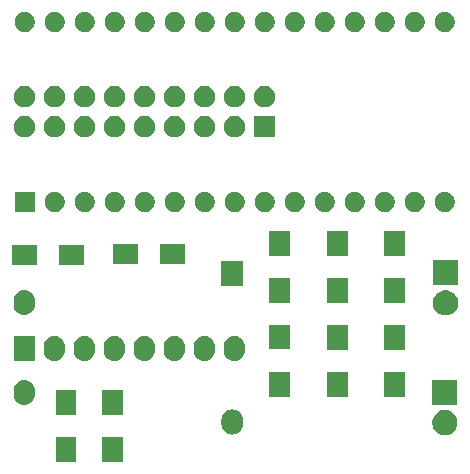
<source format=gts>
G04 #@! TF.GenerationSoftware,KiCad,Pcbnew,(5.1.5)-3*
G04 #@! TF.CreationDate,2020-04-26T13:49:39+03:00*
G04 #@! TF.ProjectId,livecam,6c697665-6361-46d2-9e6b-696361645f70,rev?*
G04 #@! TF.SameCoordinates,Original*
G04 #@! TF.FileFunction,Soldermask,Top*
G04 #@! TF.FilePolarity,Negative*
%FSLAX46Y46*%
G04 Gerber Fmt 4.6, Leading zero omitted, Abs format (unit mm)*
G04 Created by KiCad (PCBNEW (5.1.5)-3) date 2020-04-26 13:49:39*
%MOMM*%
%LPD*%
G04 APERTURE LIST*
%ADD10C,0.100000*%
G04 APERTURE END LIST*
D10*
G36*
X141971000Y-81721000D02*
G01*
X140269000Y-81721000D01*
X140269000Y-79619000D01*
X141971000Y-79619000D01*
X141971000Y-81721000D01*
G37*
G36*
X138041000Y-81721000D02*
G01*
X136339000Y-81721000D01*
X136339000Y-79619000D01*
X138041000Y-79619000D01*
X138041000Y-81721000D01*
G37*
G36*
X169561231Y-77344003D02*
G01*
X169704769Y-77403459D01*
X169755414Y-77424437D01*
X169930173Y-77541207D01*
X170078793Y-77689827D01*
X170163035Y-77815905D01*
X170195564Y-77864588D01*
X170275997Y-78058769D01*
X170317000Y-78264908D01*
X170317000Y-78475092D01*
X170275997Y-78681231D01*
X170216820Y-78824095D01*
X170195563Y-78875414D01*
X170078793Y-79050173D01*
X169930173Y-79198793D01*
X169755414Y-79315563D01*
X169755413Y-79315564D01*
X169755412Y-79315564D01*
X169561231Y-79395997D01*
X169355092Y-79437000D01*
X169144908Y-79437000D01*
X168938769Y-79395997D01*
X168744588Y-79315564D01*
X168744587Y-79315564D01*
X168744586Y-79315563D01*
X168569827Y-79198793D01*
X168421207Y-79050173D01*
X168304437Y-78875414D01*
X168283180Y-78824095D01*
X168224003Y-78681231D01*
X168183000Y-78475092D01*
X168183000Y-78264908D01*
X168224003Y-78058769D01*
X168304436Y-77864588D01*
X168336965Y-77815905D01*
X168421207Y-77689827D01*
X168569827Y-77541207D01*
X168744586Y-77424437D01*
X168795231Y-77403459D01*
X168938769Y-77344003D01*
X169144908Y-77303000D01*
X169355092Y-77303000D01*
X169561231Y-77344003D01*
G37*
G36*
X151429294Y-77266233D02*
G01*
X151601695Y-77318531D01*
X151760583Y-77403458D01*
X151899849Y-77517751D01*
X152014142Y-77657017D01*
X152099069Y-77815906D01*
X152151367Y-77988307D01*
X152164600Y-78122670D01*
X152164600Y-78517331D01*
X152151367Y-78651694D01*
X152099069Y-78824095D01*
X152014142Y-78982983D01*
X151899849Y-79122249D01*
X151760583Y-79236542D01*
X151601694Y-79321469D01*
X151429293Y-79373767D01*
X151250000Y-79391425D01*
X151070706Y-79373767D01*
X150898305Y-79321469D01*
X150739417Y-79236542D01*
X150600151Y-79122249D01*
X150485858Y-78982983D01*
X150400931Y-78824094D01*
X150348633Y-78651693D01*
X150335400Y-78517330D01*
X150335400Y-78122669D01*
X150348633Y-77988306D01*
X150400931Y-77815905D01*
X150485858Y-77657018D01*
X150600152Y-77517751D01*
X150739418Y-77403458D01*
X150898306Y-77318531D01*
X151070707Y-77266233D01*
X151250000Y-77248575D01*
X151429294Y-77266233D01*
G37*
G36*
X138041000Y-77721000D02*
G01*
X136339000Y-77721000D01*
X136339000Y-75619000D01*
X138041000Y-75619000D01*
X138041000Y-77721000D01*
G37*
G36*
X141971000Y-77721000D02*
G01*
X140269000Y-77721000D01*
X140269000Y-75619000D01*
X141971000Y-75619000D01*
X141971000Y-77721000D01*
G37*
G36*
X170317000Y-76897000D02*
G01*
X168183000Y-76897000D01*
X168183000Y-74763000D01*
X170317000Y-74763000D01*
X170317000Y-76897000D01*
G37*
G36*
X133829294Y-74766233D02*
G01*
X134001695Y-74818531D01*
X134160583Y-74903458D01*
X134299849Y-75017751D01*
X134414142Y-75157017D01*
X134499069Y-75315906D01*
X134551367Y-75488307D01*
X134564600Y-75622670D01*
X134564600Y-76017331D01*
X134551367Y-76151694D01*
X134499069Y-76324095D01*
X134414142Y-76482983D01*
X134299849Y-76622249D01*
X134160583Y-76736542D01*
X134001694Y-76821469D01*
X133829293Y-76873767D01*
X133650000Y-76891425D01*
X133470706Y-76873767D01*
X133298305Y-76821469D01*
X133139417Y-76736542D01*
X133000151Y-76622249D01*
X132885858Y-76482983D01*
X132800931Y-76324094D01*
X132748633Y-76151693D01*
X132735400Y-76017330D01*
X132735400Y-75622669D01*
X132748633Y-75488306D01*
X132800931Y-75315905D01*
X132885858Y-75157018D01*
X133000152Y-75017751D01*
X133139418Y-74903458D01*
X133298306Y-74818531D01*
X133470707Y-74766233D01*
X133650000Y-74748575D01*
X133829294Y-74766233D01*
G37*
G36*
X165911000Y-76191000D02*
G01*
X164109000Y-76191000D01*
X164109000Y-74089000D01*
X165911000Y-74089000D01*
X165911000Y-76191000D01*
G37*
G36*
X161071000Y-76191000D02*
G01*
X159269000Y-76191000D01*
X159269000Y-74089000D01*
X161071000Y-74089000D01*
X161071000Y-76191000D01*
G37*
G36*
X156171000Y-76181000D02*
G01*
X154369000Y-76181000D01*
X154369000Y-74079000D01*
X156171000Y-74079000D01*
X156171000Y-76181000D01*
G37*
G36*
X138919293Y-71046233D02*
G01*
X139091694Y-71098531D01*
X139250583Y-71183458D01*
X139389849Y-71297751D01*
X139504142Y-71437017D01*
X139589069Y-71595905D01*
X139641367Y-71768306D01*
X139654600Y-71902669D01*
X139654600Y-72297330D01*
X139641367Y-72431693D01*
X139589069Y-72604094D01*
X139504142Y-72762983D01*
X139389849Y-72902249D01*
X139250583Y-73016542D01*
X139091695Y-73101469D01*
X138919294Y-73153767D01*
X138740000Y-73171425D01*
X138560707Y-73153767D01*
X138388306Y-73101469D01*
X138229418Y-73016542D01*
X138090152Y-72902249D01*
X137975858Y-72762982D01*
X137890931Y-72604095D01*
X137838633Y-72431694D01*
X137825400Y-72297331D01*
X137825400Y-71902670D01*
X137838633Y-71768307D01*
X137890931Y-71595906D01*
X137975858Y-71437017D01*
X138090151Y-71297751D01*
X138229417Y-71183458D01*
X138388305Y-71098531D01*
X138560706Y-71046233D01*
X138740000Y-71028575D01*
X138919293Y-71046233D01*
G37*
G36*
X151619293Y-71046233D02*
G01*
X151791694Y-71098531D01*
X151950583Y-71183458D01*
X152089849Y-71297751D01*
X152204142Y-71437017D01*
X152289069Y-71595905D01*
X152341367Y-71768306D01*
X152354600Y-71902669D01*
X152354600Y-72297330D01*
X152341367Y-72431693D01*
X152289069Y-72604094D01*
X152204142Y-72762983D01*
X152089849Y-72902249D01*
X151950583Y-73016542D01*
X151791695Y-73101469D01*
X151619294Y-73153767D01*
X151440000Y-73171425D01*
X151260707Y-73153767D01*
X151088306Y-73101469D01*
X150929418Y-73016542D01*
X150790152Y-72902249D01*
X150675858Y-72762982D01*
X150590931Y-72604095D01*
X150538633Y-72431694D01*
X150525400Y-72297331D01*
X150525400Y-71902670D01*
X150538633Y-71768307D01*
X150590931Y-71595906D01*
X150675858Y-71437017D01*
X150790151Y-71297751D01*
X150929417Y-71183458D01*
X151088305Y-71098531D01*
X151260706Y-71046233D01*
X151440000Y-71028575D01*
X151619293Y-71046233D01*
G37*
G36*
X149079293Y-71046233D02*
G01*
X149251694Y-71098531D01*
X149410583Y-71183458D01*
X149549849Y-71297751D01*
X149664142Y-71437017D01*
X149749069Y-71595905D01*
X149801367Y-71768306D01*
X149814600Y-71902669D01*
X149814600Y-72297330D01*
X149801367Y-72431693D01*
X149749069Y-72604094D01*
X149664142Y-72762983D01*
X149549849Y-72902249D01*
X149410583Y-73016542D01*
X149251695Y-73101469D01*
X149079294Y-73153767D01*
X148900000Y-73171425D01*
X148720707Y-73153767D01*
X148548306Y-73101469D01*
X148389418Y-73016542D01*
X148250152Y-72902249D01*
X148135858Y-72762982D01*
X148050931Y-72604095D01*
X147998633Y-72431694D01*
X147985400Y-72297331D01*
X147985400Y-71902670D01*
X147998633Y-71768307D01*
X148050931Y-71595906D01*
X148135858Y-71437017D01*
X148250151Y-71297751D01*
X148389417Y-71183458D01*
X148548305Y-71098531D01*
X148720706Y-71046233D01*
X148900000Y-71028575D01*
X149079293Y-71046233D01*
G37*
G36*
X146539293Y-71046233D02*
G01*
X146711694Y-71098531D01*
X146870583Y-71183458D01*
X147009849Y-71297751D01*
X147124142Y-71437017D01*
X147209069Y-71595905D01*
X147261367Y-71768306D01*
X147274600Y-71902669D01*
X147274600Y-72297330D01*
X147261367Y-72431693D01*
X147209069Y-72604094D01*
X147124142Y-72762983D01*
X147009849Y-72902249D01*
X146870583Y-73016542D01*
X146711695Y-73101469D01*
X146539294Y-73153767D01*
X146360000Y-73171425D01*
X146180707Y-73153767D01*
X146008306Y-73101469D01*
X145849418Y-73016542D01*
X145710152Y-72902249D01*
X145595858Y-72762982D01*
X145510931Y-72604095D01*
X145458633Y-72431694D01*
X145445400Y-72297331D01*
X145445400Y-71902670D01*
X145458633Y-71768307D01*
X145510931Y-71595906D01*
X145595858Y-71437017D01*
X145710151Y-71297751D01*
X145849417Y-71183458D01*
X146008305Y-71098531D01*
X146180706Y-71046233D01*
X146360000Y-71028575D01*
X146539293Y-71046233D01*
G37*
G36*
X143999293Y-71046233D02*
G01*
X144171694Y-71098531D01*
X144330583Y-71183458D01*
X144469849Y-71297751D01*
X144584142Y-71437017D01*
X144669069Y-71595905D01*
X144721367Y-71768306D01*
X144734600Y-71902669D01*
X144734600Y-72297330D01*
X144721367Y-72431693D01*
X144669069Y-72604094D01*
X144584142Y-72762983D01*
X144469849Y-72902249D01*
X144330583Y-73016542D01*
X144171695Y-73101469D01*
X143999294Y-73153767D01*
X143820000Y-73171425D01*
X143640707Y-73153767D01*
X143468306Y-73101469D01*
X143309418Y-73016542D01*
X143170152Y-72902249D01*
X143055858Y-72762982D01*
X142970931Y-72604095D01*
X142918633Y-72431694D01*
X142905400Y-72297331D01*
X142905400Y-71902670D01*
X142918633Y-71768307D01*
X142970931Y-71595906D01*
X143055858Y-71437017D01*
X143170151Y-71297751D01*
X143309417Y-71183458D01*
X143468305Y-71098531D01*
X143640706Y-71046233D01*
X143820000Y-71028575D01*
X143999293Y-71046233D01*
G37*
G36*
X141459293Y-71046233D02*
G01*
X141631694Y-71098531D01*
X141790583Y-71183458D01*
X141929849Y-71297751D01*
X142044142Y-71437017D01*
X142129069Y-71595905D01*
X142181367Y-71768306D01*
X142194600Y-71902669D01*
X142194600Y-72297330D01*
X142181367Y-72431693D01*
X142129069Y-72604094D01*
X142044142Y-72762983D01*
X141929849Y-72902249D01*
X141790583Y-73016542D01*
X141631695Y-73101469D01*
X141459294Y-73153767D01*
X141280000Y-73171425D01*
X141100707Y-73153767D01*
X140928306Y-73101469D01*
X140769418Y-73016542D01*
X140630152Y-72902249D01*
X140515858Y-72762982D01*
X140430931Y-72604095D01*
X140378633Y-72431694D01*
X140365400Y-72297331D01*
X140365400Y-71902670D01*
X140378633Y-71768307D01*
X140430931Y-71595906D01*
X140515858Y-71437017D01*
X140630151Y-71297751D01*
X140769417Y-71183458D01*
X140928305Y-71098531D01*
X141100706Y-71046233D01*
X141280000Y-71028575D01*
X141459293Y-71046233D01*
G37*
G36*
X136379293Y-71046233D02*
G01*
X136551694Y-71098531D01*
X136710583Y-71183458D01*
X136849849Y-71297751D01*
X136964142Y-71437017D01*
X137049069Y-71595905D01*
X137101367Y-71768306D01*
X137114600Y-71902669D01*
X137114600Y-72297330D01*
X137101367Y-72431693D01*
X137049069Y-72604094D01*
X136964142Y-72762983D01*
X136849849Y-72902249D01*
X136710583Y-73016542D01*
X136551695Y-73101469D01*
X136379294Y-73153767D01*
X136200000Y-73171425D01*
X136020707Y-73153767D01*
X135848306Y-73101469D01*
X135689418Y-73016542D01*
X135550152Y-72902249D01*
X135435858Y-72762982D01*
X135350931Y-72604095D01*
X135298633Y-72431694D01*
X135285400Y-72297331D01*
X135285400Y-71902670D01*
X135298633Y-71768307D01*
X135350931Y-71595906D01*
X135435858Y-71437017D01*
X135550151Y-71297751D01*
X135689417Y-71183458D01*
X135848305Y-71098531D01*
X136020706Y-71046233D01*
X136200000Y-71028575D01*
X136379293Y-71046233D01*
G37*
G36*
X134574600Y-73167000D02*
G01*
X132745400Y-73167000D01*
X132745400Y-71033000D01*
X134574600Y-71033000D01*
X134574600Y-73167000D01*
G37*
G36*
X161071000Y-72191000D02*
G01*
X159269000Y-72191000D01*
X159269000Y-70089000D01*
X161071000Y-70089000D01*
X161071000Y-72191000D01*
G37*
G36*
X165911000Y-72191000D02*
G01*
X164109000Y-72191000D01*
X164109000Y-70089000D01*
X165911000Y-70089000D01*
X165911000Y-72191000D01*
G37*
G36*
X156171000Y-72181000D02*
G01*
X154369000Y-72181000D01*
X154369000Y-70079000D01*
X156171000Y-70079000D01*
X156171000Y-72181000D01*
G37*
G36*
X169621231Y-67214003D02*
G01*
X169815412Y-67294436D01*
X169815414Y-67294437D01*
X169990173Y-67411207D01*
X170138793Y-67559827D01*
X170243081Y-67715906D01*
X170255564Y-67734588D01*
X170335997Y-67928769D01*
X170377000Y-68134908D01*
X170377000Y-68345092D01*
X170335997Y-68551231D01*
X170335805Y-68551694D01*
X170255563Y-68745414D01*
X170138793Y-68920173D01*
X169990173Y-69068793D01*
X169815414Y-69185563D01*
X169815413Y-69185564D01*
X169815412Y-69185564D01*
X169621231Y-69265997D01*
X169415092Y-69307000D01*
X169204908Y-69307000D01*
X168998769Y-69265997D01*
X168804588Y-69185564D01*
X168804587Y-69185564D01*
X168804586Y-69185563D01*
X168629827Y-69068793D01*
X168481207Y-68920173D01*
X168364437Y-68745414D01*
X168284195Y-68551694D01*
X168284003Y-68551231D01*
X168243000Y-68345092D01*
X168243000Y-68134908D01*
X168284003Y-67928769D01*
X168364436Y-67734588D01*
X168376919Y-67715906D01*
X168481207Y-67559827D01*
X168629827Y-67411207D01*
X168804586Y-67294437D01*
X168804588Y-67294436D01*
X168998769Y-67214003D01*
X169204908Y-67173000D01*
X169415092Y-67173000D01*
X169621231Y-67214003D01*
G37*
G36*
X133829294Y-67166233D02*
G01*
X134001695Y-67218531D01*
X134160583Y-67303458D01*
X134299849Y-67417751D01*
X134414142Y-67557017D01*
X134499069Y-67715906D01*
X134551367Y-67888307D01*
X134564600Y-68022670D01*
X134564600Y-68417331D01*
X134551367Y-68551694D01*
X134499069Y-68724095D01*
X134414142Y-68882983D01*
X134299849Y-69022249D01*
X134160583Y-69136542D01*
X134001694Y-69221469D01*
X133829293Y-69273767D01*
X133650000Y-69291425D01*
X133470706Y-69273767D01*
X133298305Y-69221469D01*
X133139417Y-69136542D01*
X133000151Y-69022249D01*
X132885858Y-68882983D01*
X132800931Y-68724094D01*
X132748633Y-68551693D01*
X132735400Y-68417330D01*
X132735400Y-68022669D01*
X132748633Y-67888306D01*
X132800931Y-67715905D01*
X132885858Y-67557018D01*
X133000152Y-67417751D01*
X133139418Y-67303458D01*
X133298306Y-67218531D01*
X133470707Y-67166233D01*
X133650000Y-67148575D01*
X133829294Y-67166233D01*
G37*
G36*
X165891000Y-68261000D02*
G01*
X164089000Y-68261000D01*
X164089000Y-66159000D01*
X165891000Y-66159000D01*
X165891000Y-68261000D01*
G37*
G36*
X161051000Y-68251000D02*
G01*
X159249000Y-68251000D01*
X159249000Y-66149000D01*
X161051000Y-66149000D01*
X161051000Y-68251000D01*
G37*
G36*
X156151000Y-68241000D02*
G01*
X154349000Y-68241000D01*
X154349000Y-66139000D01*
X156151000Y-66139000D01*
X156151000Y-68241000D01*
G37*
G36*
X152124600Y-66787000D02*
G01*
X150295400Y-66787000D01*
X150295400Y-64653000D01*
X152124600Y-64653000D01*
X152124600Y-66787000D01*
G37*
G36*
X170377000Y-66767000D02*
G01*
X168243000Y-66767000D01*
X168243000Y-64633000D01*
X170377000Y-64633000D01*
X170377000Y-66767000D01*
G37*
G36*
X138691000Y-65001000D02*
G01*
X136589000Y-65001000D01*
X136589000Y-63299000D01*
X138691000Y-63299000D01*
X138691000Y-65001000D01*
G37*
G36*
X134691000Y-65001000D02*
G01*
X132589000Y-65001000D01*
X132589000Y-63299000D01*
X134691000Y-63299000D01*
X134691000Y-65001000D01*
G37*
G36*
X143261000Y-64951000D02*
G01*
X141159000Y-64951000D01*
X141159000Y-63249000D01*
X143261000Y-63249000D01*
X143261000Y-64951000D01*
G37*
G36*
X147261000Y-64951000D02*
G01*
X145159000Y-64951000D01*
X145159000Y-63249000D01*
X147261000Y-63249000D01*
X147261000Y-64951000D01*
G37*
G36*
X165891000Y-64261000D02*
G01*
X164089000Y-64261000D01*
X164089000Y-62159000D01*
X165891000Y-62159000D01*
X165891000Y-64261000D01*
G37*
G36*
X161051000Y-64251000D02*
G01*
X159249000Y-64251000D01*
X159249000Y-62149000D01*
X161051000Y-62149000D01*
X161051000Y-64251000D01*
G37*
G36*
X156151000Y-64241000D02*
G01*
X154349000Y-64241000D01*
X154349000Y-62139000D01*
X156151000Y-62139000D01*
X156151000Y-64241000D01*
G37*
G36*
X166948228Y-58871703D02*
G01*
X167103100Y-58935853D01*
X167242481Y-59028985D01*
X167361015Y-59147519D01*
X167454147Y-59286900D01*
X167518297Y-59441772D01*
X167551000Y-59606184D01*
X167551000Y-59773816D01*
X167518297Y-59938228D01*
X167454147Y-60093100D01*
X167361015Y-60232481D01*
X167242481Y-60351015D01*
X167103100Y-60444147D01*
X166948228Y-60508297D01*
X166783816Y-60541000D01*
X166616184Y-60541000D01*
X166451772Y-60508297D01*
X166296900Y-60444147D01*
X166157519Y-60351015D01*
X166038985Y-60232481D01*
X165945853Y-60093100D01*
X165881703Y-59938228D01*
X165849000Y-59773816D01*
X165849000Y-59606184D01*
X165881703Y-59441772D01*
X165945853Y-59286900D01*
X166038985Y-59147519D01*
X166157519Y-59028985D01*
X166296900Y-58935853D01*
X166451772Y-58871703D01*
X166616184Y-58839000D01*
X166783816Y-58839000D01*
X166948228Y-58871703D01*
G37*
G36*
X134531000Y-60541000D02*
G01*
X132829000Y-60541000D01*
X132829000Y-58839000D01*
X134531000Y-58839000D01*
X134531000Y-60541000D01*
G37*
G36*
X136468228Y-58871703D02*
G01*
X136623100Y-58935853D01*
X136762481Y-59028985D01*
X136881015Y-59147519D01*
X136974147Y-59286900D01*
X137038297Y-59441772D01*
X137071000Y-59606184D01*
X137071000Y-59773816D01*
X137038297Y-59938228D01*
X136974147Y-60093100D01*
X136881015Y-60232481D01*
X136762481Y-60351015D01*
X136623100Y-60444147D01*
X136468228Y-60508297D01*
X136303816Y-60541000D01*
X136136184Y-60541000D01*
X135971772Y-60508297D01*
X135816900Y-60444147D01*
X135677519Y-60351015D01*
X135558985Y-60232481D01*
X135465853Y-60093100D01*
X135401703Y-59938228D01*
X135369000Y-59773816D01*
X135369000Y-59606184D01*
X135401703Y-59441772D01*
X135465853Y-59286900D01*
X135558985Y-59147519D01*
X135677519Y-59028985D01*
X135816900Y-58935853D01*
X135971772Y-58871703D01*
X136136184Y-58839000D01*
X136303816Y-58839000D01*
X136468228Y-58871703D01*
G37*
G36*
X139008228Y-58871703D02*
G01*
X139163100Y-58935853D01*
X139302481Y-59028985D01*
X139421015Y-59147519D01*
X139514147Y-59286900D01*
X139578297Y-59441772D01*
X139611000Y-59606184D01*
X139611000Y-59773816D01*
X139578297Y-59938228D01*
X139514147Y-60093100D01*
X139421015Y-60232481D01*
X139302481Y-60351015D01*
X139163100Y-60444147D01*
X139008228Y-60508297D01*
X138843816Y-60541000D01*
X138676184Y-60541000D01*
X138511772Y-60508297D01*
X138356900Y-60444147D01*
X138217519Y-60351015D01*
X138098985Y-60232481D01*
X138005853Y-60093100D01*
X137941703Y-59938228D01*
X137909000Y-59773816D01*
X137909000Y-59606184D01*
X137941703Y-59441772D01*
X138005853Y-59286900D01*
X138098985Y-59147519D01*
X138217519Y-59028985D01*
X138356900Y-58935853D01*
X138511772Y-58871703D01*
X138676184Y-58839000D01*
X138843816Y-58839000D01*
X139008228Y-58871703D01*
G37*
G36*
X141548228Y-58871703D02*
G01*
X141703100Y-58935853D01*
X141842481Y-59028985D01*
X141961015Y-59147519D01*
X142054147Y-59286900D01*
X142118297Y-59441772D01*
X142151000Y-59606184D01*
X142151000Y-59773816D01*
X142118297Y-59938228D01*
X142054147Y-60093100D01*
X141961015Y-60232481D01*
X141842481Y-60351015D01*
X141703100Y-60444147D01*
X141548228Y-60508297D01*
X141383816Y-60541000D01*
X141216184Y-60541000D01*
X141051772Y-60508297D01*
X140896900Y-60444147D01*
X140757519Y-60351015D01*
X140638985Y-60232481D01*
X140545853Y-60093100D01*
X140481703Y-59938228D01*
X140449000Y-59773816D01*
X140449000Y-59606184D01*
X140481703Y-59441772D01*
X140545853Y-59286900D01*
X140638985Y-59147519D01*
X140757519Y-59028985D01*
X140896900Y-58935853D01*
X141051772Y-58871703D01*
X141216184Y-58839000D01*
X141383816Y-58839000D01*
X141548228Y-58871703D01*
G37*
G36*
X144088228Y-58871703D02*
G01*
X144243100Y-58935853D01*
X144382481Y-59028985D01*
X144501015Y-59147519D01*
X144594147Y-59286900D01*
X144658297Y-59441772D01*
X144691000Y-59606184D01*
X144691000Y-59773816D01*
X144658297Y-59938228D01*
X144594147Y-60093100D01*
X144501015Y-60232481D01*
X144382481Y-60351015D01*
X144243100Y-60444147D01*
X144088228Y-60508297D01*
X143923816Y-60541000D01*
X143756184Y-60541000D01*
X143591772Y-60508297D01*
X143436900Y-60444147D01*
X143297519Y-60351015D01*
X143178985Y-60232481D01*
X143085853Y-60093100D01*
X143021703Y-59938228D01*
X142989000Y-59773816D01*
X142989000Y-59606184D01*
X143021703Y-59441772D01*
X143085853Y-59286900D01*
X143178985Y-59147519D01*
X143297519Y-59028985D01*
X143436900Y-58935853D01*
X143591772Y-58871703D01*
X143756184Y-58839000D01*
X143923816Y-58839000D01*
X144088228Y-58871703D01*
G37*
G36*
X151708228Y-58871703D02*
G01*
X151863100Y-58935853D01*
X152002481Y-59028985D01*
X152121015Y-59147519D01*
X152214147Y-59286900D01*
X152278297Y-59441772D01*
X152311000Y-59606184D01*
X152311000Y-59773816D01*
X152278297Y-59938228D01*
X152214147Y-60093100D01*
X152121015Y-60232481D01*
X152002481Y-60351015D01*
X151863100Y-60444147D01*
X151708228Y-60508297D01*
X151543816Y-60541000D01*
X151376184Y-60541000D01*
X151211772Y-60508297D01*
X151056900Y-60444147D01*
X150917519Y-60351015D01*
X150798985Y-60232481D01*
X150705853Y-60093100D01*
X150641703Y-59938228D01*
X150609000Y-59773816D01*
X150609000Y-59606184D01*
X150641703Y-59441772D01*
X150705853Y-59286900D01*
X150798985Y-59147519D01*
X150917519Y-59028985D01*
X151056900Y-58935853D01*
X151211772Y-58871703D01*
X151376184Y-58839000D01*
X151543816Y-58839000D01*
X151708228Y-58871703D01*
G37*
G36*
X146628228Y-58871703D02*
G01*
X146783100Y-58935853D01*
X146922481Y-59028985D01*
X147041015Y-59147519D01*
X147134147Y-59286900D01*
X147198297Y-59441772D01*
X147231000Y-59606184D01*
X147231000Y-59773816D01*
X147198297Y-59938228D01*
X147134147Y-60093100D01*
X147041015Y-60232481D01*
X146922481Y-60351015D01*
X146783100Y-60444147D01*
X146628228Y-60508297D01*
X146463816Y-60541000D01*
X146296184Y-60541000D01*
X146131772Y-60508297D01*
X145976900Y-60444147D01*
X145837519Y-60351015D01*
X145718985Y-60232481D01*
X145625853Y-60093100D01*
X145561703Y-59938228D01*
X145529000Y-59773816D01*
X145529000Y-59606184D01*
X145561703Y-59441772D01*
X145625853Y-59286900D01*
X145718985Y-59147519D01*
X145837519Y-59028985D01*
X145976900Y-58935853D01*
X146131772Y-58871703D01*
X146296184Y-58839000D01*
X146463816Y-58839000D01*
X146628228Y-58871703D01*
G37*
G36*
X154248228Y-58871703D02*
G01*
X154403100Y-58935853D01*
X154542481Y-59028985D01*
X154661015Y-59147519D01*
X154754147Y-59286900D01*
X154818297Y-59441772D01*
X154851000Y-59606184D01*
X154851000Y-59773816D01*
X154818297Y-59938228D01*
X154754147Y-60093100D01*
X154661015Y-60232481D01*
X154542481Y-60351015D01*
X154403100Y-60444147D01*
X154248228Y-60508297D01*
X154083816Y-60541000D01*
X153916184Y-60541000D01*
X153751772Y-60508297D01*
X153596900Y-60444147D01*
X153457519Y-60351015D01*
X153338985Y-60232481D01*
X153245853Y-60093100D01*
X153181703Y-59938228D01*
X153149000Y-59773816D01*
X153149000Y-59606184D01*
X153181703Y-59441772D01*
X153245853Y-59286900D01*
X153338985Y-59147519D01*
X153457519Y-59028985D01*
X153596900Y-58935853D01*
X153751772Y-58871703D01*
X153916184Y-58839000D01*
X154083816Y-58839000D01*
X154248228Y-58871703D01*
G37*
G36*
X149168228Y-58871703D02*
G01*
X149323100Y-58935853D01*
X149462481Y-59028985D01*
X149581015Y-59147519D01*
X149674147Y-59286900D01*
X149738297Y-59441772D01*
X149771000Y-59606184D01*
X149771000Y-59773816D01*
X149738297Y-59938228D01*
X149674147Y-60093100D01*
X149581015Y-60232481D01*
X149462481Y-60351015D01*
X149323100Y-60444147D01*
X149168228Y-60508297D01*
X149003816Y-60541000D01*
X148836184Y-60541000D01*
X148671772Y-60508297D01*
X148516900Y-60444147D01*
X148377519Y-60351015D01*
X148258985Y-60232481D01*
X148165853Y-60093100D01*
X148101703Y-59938228D01*
X148069000Y-59773816D01*
X148069000Y-59606184D01*
X148101703Y-59441772D01*
X148165853Y-59286900D01*
X148258985Y-59147519D01*
X148377519Y-59028985D01*
X148516900Y-58935853D01*
X148671772Y-58871703D01*
X148836184Y-58839000D01*
X149003816Y-58839000D01*
X149168228Y-58871703D01*
G37*
G36*
X164408228Y-58871703D02*
G01*
X164563100Y-58935853D01*
X164702481Y-59028985D01*
X164821015Y-59147519D01*
X164914147Y-59286900D01*
X164978297Y-59441772D01*
X165011000Y-59606184D01*
X165011000Y-59773816D01*
X164978297Y-59938228D01*
X164914147Y-60093100D01*
X164821015Y-60232481D01*
X164702481Y-60351015D01*
X164563100Y-60444147D01*
X164408228Y-60508297D01*
X164243816Y-60541000D01*
X164076184Y-60541000D01*
X163911772Y-60508297D01*
X163756900Y-60444147D01*
X163617519Y-60351015D01*
X163498985Y-60232481D01*
X163405853Y-60093100D01*
X163341703Y-59938228D01*
X163309000Y-59773816D01*
X163309000Y-59606184D01*
X163341703Y-59441772D01*
X163405853Y-59286900D01*
X163498985Y-59147519D01*
X163617519Y-59028985D01*
X163756900Y-58935853D01*
X163911772Y-58871703D01*
X164076184Y-58839000D01*
X164243816Y-58839000D01*
X164408228Y-58871703D01*
G37*
G36*
X169488228Y-58871703D02*
G01*
X169643100Y-58935853D01*
X169782481Y-59028985D01*
X169901015Y-59147519D01*
X169994147Y-59286900D01*
X170058297Y-59441772D01*
X170091000Y-59606184D01*
X170091000Y-59773816D01*
X170058297Y-59938228D01*
X169994147Y-60093100D01*
X169901015Y-60232481D01*
X169782481Y-60351015D01*
X169643100Y-60444147D01*
X169488228Y-60508297D01*
X169323816Y-60541000D01*
X169156184Y-60541000D01*
X168991772Y-60508297D01*
X168836900Y-60444147D01*
X168697519Y-60351015D01*
X168578985Y-60232481D01*
X168485853Y-60093100D01*
X168421703Y-59938228D01*
X168389000Y-59773816D01*
X168389000Y-59606184D01*
X168421703Y-59441772D01*
X168485853Y-59286900D01*
X168578985Y-59147519D01*
X168697519Y-59028985D01*
X168836900Y-58935853D01*
X168991772Y-58871703D01*
X169156184Y-58839000D01*
X169323816Y-58839000D01*
X169488228Y-58871703D01*
G37*
G36*
X159328228Y-58871703D02*
G01*
X159483100Y-58935853D01*
X159622481Y-59028985D01*
X159741015Y-59147519D01*
X159834147Y-59286900D01*
X159898297Y-59441772D01*
X159931000Y-59606184D01*
X159931000Y-59773816D01*
X159898297Y-59938228D01*
X159834147Y-60093100D01*
X159741015Y-60232481D01*
X159622481Y-60351015D01*
X159483100Y-60444147D01*
X159328228Y-60508297D01*
X159163816Y-60541000D01*
X158996184Y-60541000D01*
X158831772Y-60508297D01*
X158676900Y-60444147D01*
X158537519Y-60351015D01*
X158418985Y-60232481D01*
X158325853Y-60093100D01*
X158261703Y-59938228D01*
X158229000Y-59773816D01*
X158229000Y-59606184D01*
X158261703Y-59441772D01*
X158325853Y-59286900D01*
X158418985Y-59147519D01*
X158537519Y-59028985D01*
X158676900Y-58935853D01*
X158831772Y-58871703D01*
X158996184Y-58839000D01*
X159163816Y-58839000D01*
X159328228Y-58871703D01*
G37*
G36*
X156788228Y-58871703D02*
G01*
X156943100Y-58935853D01*
X157082481Y-59028985D01*
X157201015Y-59147519D01*
X157294147Y-59286900D01*
X157358297Y-59441772D01*
X157391000Y-59606184D01*
X157391000Y-59773816D01*
X157358297Y-59938228D01*
X157294147Y-60093100D01*
X157201015Y-60232481D01*
X157082481Y-60351015D01*
X156943100Y-60444147D01*
X156788228Y-60508297D01*
X156623816Y-60541000D01*
X156456184Y-60541000D01*
X156291772Y-60508297D01*
X156136900Y-60444147D01*
X155997519Y-60351015D01*
X155878985Y-60232481D01*
X155785853Y-60093100D01*
X155721703Y-59938228D01*
X155689000Y-59773816D01*
X155689000Y-59606184D01*
X155721703Y-59441772D01*
X155785853Y-59286900D01*
X155878985Y-59147519D01*
X155997519Y-59028985D01*
X156136900Y-58935853D01*
X156291772Y-58871703D01*
X156456184Y-58839000D01*
X156623816Y-58839000D01*
X156788228Y-58871703D01*
G37*
G36*
X161868228Y-58871703D02*
G01*
X162023100Y-58935853D01*
X162162481Y-59028985D01*
X162281015Y-59147519D01*
X162374147Y-59286900D01*
X162438297Y-59441772D01*
X162471000Y-59606184D01*
X162471000Y-59773816D01*
X162438297Y-59938228D01*
X162374147Y-60093100D01*
X162281015Y-60232481D01*
X162162481Y-60351015D01*
X162023100Y-60444147D01*
X161868228Y-60508297D01*
X161703816Y-60541000D01*
X161536184Y-60541000D01*
X161371772Y-60508297D01*
X161216900Y-60444147D01*
X161077519Y-60351015D01*
X160958985Y-60232481D01*
X160865853Y-60093100D01*
X160801703Y-59938228D01*
X160769000Y-59773816D01*
X160769000Y-59606184D01*
X160801703Y-59441772D01*
X160865853Y-59286900D01*
X160958985Y-59147519D01*
X161077519Y-59028985D01*
X161216900Y-58935853D01*
X161371772Y-58871703D01*
X161536184Y-58839000D01*
X161703816Y-58839000D01*
X161868228Y-58871703D01*
G37*
G36*
X146636778Y-52440547D02*
G01*
X146803224Y-52509491D01*
X146953022Y-52609583D01*
X147080417Y-52736978D01*
X147180509Y-52886776D01*
X147249453Y-53053222D01*
X147284600Y-53229918D01*
X147284600Y-53410082D01*
X147249453Y-53586778D01*
X147180509Y-53753224D01*
X147080417Y-53903022D01*
X146953022Y-54030417D01*
X146803224Y-54130509D01*
X146636778Y-54199453D01*
X146460082Y-54234600D01*
X146279918Y-54234600D01*
X146103222Y-54199453D01*
X145936776Y-54130509D01*
X145786978Y-54030417D01*
X145659583Y-53903022D01*
X145559491Y-53753224D01*
X145490547Y-53586778D01*
X145455400Y-53410082D01*
X145455400Y-53229918D01*
X145490547Y-53053222D01*
X145559491Y-52886776D01*
X145659583Y-52736978D01*
X145786978Y-52609583D01*
X145936776Y-52509491D01*
X146103222Y-52440547D01*
X146279918Y-52405400D01*
X146460082Y-52405400D01*
X146636778Y-52440547D01*
G37*
G36*
X151716778Y-52440547D02*
G01*
X151883224Y-52509491D01*
X152033022Y-52609583D01*
X152160417Y-52736978D01*
X152260509Y-52886776D01*
X152329453Y-53053222D01*
X152364600Y-53229918D01*
X152364600Y-53410082D01*
X152329453Y-53586778D01*
X152260509Y-53753224D01*
X152160417Y-53903022D01*
X152033022Y-54030417D01*
X151883224Y-54130509D01*
X151716778Y-54199453D01*
X151540082Y-54234600D01*
X151359918Y-54234600D01*
X151183222Y-54199453D01*
X151016776Y-54130509D01*
X150866978Y-54030417D01*
X150739583Y-53903022D01*
X150639491Y-53753224D01*
X150570547Y-53586778D01*
X150535400Y-53410082D01*
X150535400Y-53229918D01*
X150570547Y-53053222D01*
X150639491Y-52886776D01*
X150739583Y-52736978D01*
X150866978Y-52609583D01*
X151016776Y-52509491D01*
X151183222Y-52440547D01*
X151359918Y-52405400D01*
X151540082Y-52405400D01*
X151716778Y-52440547D01*
G37*
G36*
X149176778Y-52440547D02*
G01*
X149343224Y-52509491D01*
X149493022Y-52609583D01*
X149620417Y-52736978D01*
X149720509Y-52886776D01*
X149789453Y-53053222D01*
X149824600Y-53229918D01*
X149824600Y-53410082D01*
X149789453Y-53586778D01*
X149720509Y-53753224D01*
X149620417Y-53903022D01*
X149493022Y-54030417D01*
X149343224Y-54130509D01*
X149176778Y-54199453D01*
X149000082Y-54234600D01*
X148819918Y-54234600D01*
X148643222Y-54199453D01*
X148476776Y-54130509D01*
X148326978Y-54030417D01*
X148199583Y-53903022D01*
X148099491Y-53753224D01*
X148030547Y-53586778D01*
X147995400Y-53410082D01*
X147995400Y-53229918D01*
X148030547Y-53053222D01*
X148099491Y-52886776D01*
X148199583Y-52736978D01*
X148326978Y-52609583D01*
X148476776Y-52509491D01*
X148643222Y-52440547D01*
X148819918Y-52405400D01*
X149000082Y-52405400D01*
X149176778Y-52440547D01*
G37*
G36*
X154904600Y-54234600D02*
G01*
X153075400Y-54234600D01*
X153075400Y-52405400D01*
X154904600Y-52405400D01*
X154904600Y-54234600D01*
G37*
G36*
X144096778Y-52440547D02*
G01*
X144263224Y-52509491D01*
X144413022Y-52609583D01*
X144540417Y-52736978D01*
X144640509Y-52886776D01*
X144709453Y-53053222D01*
X144744600Y-53229918D01*
X144744600Y-53410082D01*
X144709453Y-53586778D01*
X144640509Y-53753224D01*
X144540417Y-53903022D01*
X144413022Y-54030417D01*
X144263224Y-54130509D01*
X144096778Y-54199453D01*
X143920082Y-54234600D01*
X143739918Y-54234600D01*
X143563222Y-54199453D01*
X143396776Y-54130509D01*
X143246978Y-54030417D01*
X143119583Y-53903022D01*
X143019491Y-53753224D01*
X142950547Y-53586778D01*
X142915400Y-53410082D01*
X142915400Y-53229918D01*
X142950547Y-53053222D01*
X143019491Y-52886776D01*
X143119583Y-52736978D01*
X143246978Y-52609583D01*
X143396776Y-52509491D01*
X143563222Y-52440547D01*
X143739918Y-52405400D01*
X143920082Y-52405400D01*
X144096778Y-52440547D01*
G37*
G36*
X141556778Y-52440547D02*
G01*
X141723224Y-52509491D01*
X141873022Y-52609583D01*
X142000417Y-52736978D01*
X142100509Y-52886776D01*
X142169453Y-53053222D01*
X142204600Y-53229918D01*
X142204600Y-53410082D01*
X142169453Y-53586778D01*
X142100509Y-53753224D01*
X142000417Y-53903022D01*
X141873022Y-54030417D01*
X141723224Y-54130509D01*
X141556778Y-54199453D01*
X141380082Y-54234600D01*
X141199918Y-54234600D01*
X141023222Y-54199453D01*
X140856776Y-54130509D01*
X140706978Y-54030417D01*
X140579583Y-53903022D01*
X140479491Y-53753224D01*
X140410547Y-53586778D01*
X140375400Y-53410082D01*
X140375400Y-53229918D01*
X140410547Y-53053222D01*
X140479491Y-52886776D01*
X140579583Y-52736978D01*
X140706978Y-52609583D01*
X140856776Y-52509491D01*
X141023222Y-52440547D01*
X141199918Y-52405400D01*
X141380082Y-52405400D01*
X141556778Y-52440547D01*
G37*
G36*
X133936778Y-52440547D02*
G01*
X134103224Y-52509491D01*
X134253022Y-52609583D01*
X134380417Y-52736978D01*
X134480509Y-52886776D01*
X134549453Y-53053222D01*
X134584600Y-53229918D01*
X134584600Y-53410082D01*
X134549453Y-53586778D01*
X134480509Y-53753224D01*
X134380417Y-53903022D01*
X134253022Y-54030417D01*
X134103224Y-54130509D01*
X133936778Y-54199453D01*
X133760082Y-54234600D01*
X133579918Y-54234600D01*
X133403222Y-54199453D01*
X133236776Y-54130509D01*
X133086978Y-54030417D01*
X132959583Y-53903022D01*
X132859491Y-53753224D01*
X132790547Y-53586778D01*
X132755400Y-53410082D01*
X132755400Y-53229918D01*
X132790547Y-53053222D01*
X132859491Y-52886776D01*
X132959583Y-52736978D01*
X133086978Y-52609583D01*
X133236776Y-52509491D01*
X133403222Y-52440547D01*
X133579918Y-52405400D01*
X133760082Y-52405400D01*
X133936778Y-52440547D01*
G37*
G36*
X136476778Y-52440547D02*
G01*
X136643224Y-52509491D01*
X136793022Y-52609583D01*
X136920417Y-52736978D01*
X137020509Y-52886776D01*
X137089453Y-53053222D01*
X137124600Y-53229918D01*
X137124600Y-53410082D01*
X137089453Y-53586778D01*
X137020509Y-53753224D01*
X136920417Y-53903022D01*
X136793022Y-54030417D01*
X136643224Y-54130509D01*
X136476778Y-54199453D01*
X136300082Y-54234600D01*
X136119918Y-54234600D01*
X135943222Y-54199453D01*
X135776776Y-54130509D01*
X135626978Y-54030417D01*
X135499583Y-53903022D01*
X135399491Y-53753224D01*
X135330547Y-53586778D01*
X135295400Y-53410082D01*
X135295400Y-53229918D01*
X135330547Y-53053222D01*
X135399491Y-52886776D01*
X135499583Y-52736978D01*
X135626978Y-52609583D01*
X135776776Y-52509491D01*
X135943222Y-52440547D01*
X136119918Y-52405400D01*
X136300082Y-52405400D01*
X136476778Y-52440547D01*
G37*
G36*
X139016778Y-52440547D02*
G01*
X139183224Y-52509491D01*
X139333022Y-52609583D01*
X139460417Y-52736978D01*
X139560509Y-52886776D01*
X139629453Y-53053222D01*
X139664600Y-53229918D01*
X139664600Y-53410082D01*
X139629453Y-53586778D01*
X139560509Y-53753224D01*
X139460417Y-53903022D01*
X139333022Y-54030417D01*
X139183224Y-54130509D01*
X139016778Y-54199453D01*
X138840082Y-54234600D01*
X138659918Y-54234600D01*
X138483222Y-54199453D01*
X138316776Y-54130509D01*
X138166978Y-54030417D01*
X138039583Y-53903022D01*
X137939491Y-53753224D01*
X137870547Y-53586778D01*
X137835400Y-53410082D01*
X137835400Y-53229918D01*
X137870547Y-53053222D01*
X137939491Y-52886776D01*
X138039583Y-52736978D01*
X138166978Y-52609583D01*
X138316776Y-52509491D01*
X138483222Y-52440547D01*
X138659918Y-52405400D01*
X138840082Y-52405400D01*
X139016778Y-52440547D01*
G37*
G36*
X151716778Y-49900547D02*
G01*
X151883224Y-49969491D01*
X152033022Y-50069583D01*
X152160417Y-50196978D01*
X152260509Y-50346776D01*
X152329453Y-50513222D01*
X152364600Y-50689918D01*
X152364600Y-50870082D01*
X152329453Y-51046778D01*
X152260509Y-51213224D01*
X152160417Y-51363022D01*
X152033022Y-51490417D01*
X151883224Y-51590509D01*
X151716778Y-51659453D01*
X151540082Y-51694600D01*
X151359918Y-51694600D01*
X151183222Y-51659453D01*
X151016776Y-51590509D01*
X150866978Y-51490417D01*
X150739583Y-51363022D01*
X150639491Y-51213224D01*
X150570547Y-51046778D01*
X150535400Y-50870082D01*
X150535400Y-50689918D01*
X150570547Y-50513222D01*
X150639491Y-50346776D01*
X150739583Y-50196978D01*
X150866978Y-50069583D01*
X151016776Y-49969491D01*
X151183222Y-49900547D01*
X151359918Y-49865400D01*
X151540082Y-49865400D01*
X151716778Y-49900547D01*
G37*
G36*
X146636778Y-49900547D02*
G01*
X146803224Y-49969491D01*
X146953022Y-50069583D01*
X147080417Y-50196978D01*
X147180509Y-50346776D01*
X147249453Y-50513222D01*
X147284600Y-50689918D01*
X147284600Y-50870082D01*
X147249453Y-51046778D01*
X147180509Y-51213224D01*
X147080417Y-51363022D01*
X146953022Y-51490417D01*
X146803224Y-51590509D01*
X146636778Y-51659453D01*
X146460082Y-51694600D01*
X146279918Y-51694600D01*
X146103222Y-51659453D01*
X145936776Y-51590509D01*
X145786978Y-51490417D01*
X145659583Y-51363022D01*
X145559491Y-51213224D01*
X145490547Y-51046778D01*
X145455400Y-50870082D01*
X145455400Y-50689918D01*
X145490547Y-50513222D01*
X145559491Y-50346776D01*
X145659583Y-50196978D01*
X145786978Y-50069583D01*
X145936776Y-49969491D01*
X146103222Y-49900547D01*
X146279918Y-49865400D01*
X146460082Y-49865400D01*
X146636778Y-49900547D01*
G37*
G36*
X144096778Y-49900547D02*
G01*
X144263224Y-49969491D01*
X144413022Y-50069583D01*
X144540417Y-50196978D01*
X144640509Y-50346776D01*
X144709453Y-50513222D01*
X144744600Y-50689918D01*
X144744600Y-50870082D01*
X144709453Y-51046778D01*
X144640509Y-51213224D01*
X144540417Y-51363022D01*
X144413022Y-51490417D01*
X144263224Y-51590509D01*
X144096778Y-51659453D01*
X143920082Y-51694600D01*
X143739918Y-51694600D01*
X143563222Y-51659453D01*
X143396776Y-51590509D01*
X143246978Y-51490417D01*
X143119583Y-51363022D01*
X143019491Y-51213224D01*
X142950547Y-51046778D01*
X142915400Y-50870082D01*
X142915400Y-50689918D01*
X142950547Y-50513222D01*
X143019491Y-50346776D01*
X143119583Y-50196978D01*
X143246978Y-50069583D01*
X143396776Y-49969491D01*
X143563222Y-49900547D01*
X143739918Y-49865400D01*
X143920082Y-49865400D01*
X144096778Y-49900547D01*
G37*
G36*
X154256778Y-49900547D02*
G01*
X154423224Y-49969491D01*
X154573022Y-50069583D01*
X154700417Y-50196978D01*
X154800509Y-50346776D01*
X154869453Y-50513222D01*
X154904600Y-50689918D01*
X154904600Y-50870082D01*
X154869453Y-51046778D01*
X154800509Y-51213224D01*
X154700417Y-51363022D01*
X154573022Y-51490417D01*
X154423224Y-51590509D01*
X154256778Y-51659453D01*
X154080082Y-51694600D01*
X153899918Y-51694600D01*
X153723222Y-51659453D01*
X153556776Y-51590509D01*
X153406978Y-51490417D01*
X153279583Y-51363022D01*
X153179491Y-51213224D01*
X153110547Y-51046778D01*
X153075400Y-50870082D01*
X153075400Y-50689918D01*
X153110547Y-50513222D01*
X153179491Y-50346776D01*
X153279583Y-50196978D01*
X153406978Y-50069583D01*
X153556776Y-49969491D01*
X153723222Y-49900547D01*
X153899918Y-49865400D01*
X154080082Y-49865400D01*
X154256778Y-49900547D01*
G37*
G36*
X141556778Y-49900547D02*
G01*
X141723224Y-49969491D01*
X141873022Y-50069583D01*
X142000417Y-50196978D01*
X142100509Y-50346776D01*
X142169453Y-50513222D01*
X142204600Y-50689918D01*
X142204600Y-50870082D01*
X142169453Y-51046778D01*
X142100509Y-51213224D01*
X142000417Y-51363022D01*
X141873022Y-51490417D01*
X141723224Y-51590509D01*
X141556778Y-51659453D01*
X141380082Y-51694600D01*
X141199918Y-51694600D01*
X141023222Y-51659453D01*
X140856776Y-51590509D01*
X140706978Y-51490417D01*
X140579583Y-51363022D01*
X140479491Y-51213224D01*
X140410547Y-51046778D01*
X140375400Y-50870082D01*
X140375400Y-50689918D01*
X140410547Y-50513222D01*
X140479491Y-50346776D01*
X140579583Y-50196978D01*
X140706978Y-50069583D01*
X140856776Y-49969491D01*
X141023222Y-49900547D01*
X141199918Y-49865400D01*
X141380082Y-49865400D01*
X141556778Y-49900547D01*
G37*
G36*
X136476778Y-49900547D02*
G01*
X136643224Y-49969491D01*
X136793022Y-50069583D01*
X136920417Y-50196978D01*
X137020509Y-50346776D01*
X137089453Y-50513222D01*
X137124600Y-50689918D01*
X137124600Y-50870082D01*
X137089453Y-51046778D01*
X137020509Y-51213224D01*
X136920417Y-51363022D01*
X136793022Y-51490417D01*
X136643224Y-51590509D01*
X136476778Y-51659453D01*
X136300082Y-51694600D01*
X136119918Y-51694600D01*
X135943222Y-51659453D01*
X135776776Y-51590509D01*
X135626978Y-51490417D01*
X135499583Y-51363022D01*
X135399491Y-51213224D01*
X135330547Y-51046778D01*
X135295400Y-50870082D01*
X135295400Y-50689918D01*
X135330547Y-50513222D01*
X135399491Y-50346776D01*
X135499583Y-50196978D01*
X135626978Y-50069583D01*
X135776776Y-49969491D01*
X135943222Y-49900547D01*
X136119918Y-49865400D01*
X136300082Y-49865400D01*
X136476778Y-49900547D01*
G37*
G36*
X133936778Y-49900547D02*
G01*
X134103224Y-49969491D01*
X134253022Y-50069583D01*
X134380417Y-50196978D01*
X134480509Y-50346776D01*
X134549453Y-50513222D01*
X134584600Y-50689918D01*
X134584600Y-50870082D01*
X134549453Y-51046778D01*
X134480509Y-51213224D01*
X134380417Y-51363022D01*
X134253022Y-51490417D01*
X134103224Y-51590509D01*
X133936778Y-51659453D01*
X133760082Y-51694600D01*
X133579918Y-51694600D01*
X133403222Y-51659453D01*
X133236776Y-51590509D01*
X133086978Y-51490417D01*
X132959583Y-51363022D01*
X132859491Y-51213224D01*
X132790547Y-51046778D01*
X132755400Y-50870082D01*
X132755400Y-50689918D01*
X132790547Y-50513222D01*
X132859491Y-50346776D01*
X132959583Y-50196978D01*
X133086978Y-50069583D01*
X133236776Y-49969491D01*
X133403222Y-49900547D01*
X133579918Y-49865400D01*
X133760082Y-49865400D01*
X133936778Y-49900547D01*
G37*
G36*
X149176778Y-49900547D02*
G01*
X149343224Y-49969491D01*
X149493022Y-50069583D01*
X149620417Y-50196978D01*
X149720509Y-50346776D01*
X149789453Y-50513222D01*
X149824600Y-50689918D01*
X149824600Y-50870082D01*
X149789453Y-51046778D01*
X149720509Y-51213224D01*
X149620417Y-51363022D01*
X149493022Y-51490417D01*
X149343224Y-51590509D01*
X149176778Y-51659453D01*
X149000082Y-51694600D01*
X148819918Y-51694600D01*
X148643222Y-51659453D01*
X148476776Y-51590509D01*
X148326978Y-51490417D01*
X148199583Y-51363022D01*
X148099491Y-51213224D01*
X148030547Y-51046778D01*
X147995400Y-50870082D01*
X147995400Y-50689918D01*
X148030547Y-50513222D01*
X148099491Y-50346776D01*
X148199583Y-50196978D01*
X148326978Y-50069583D01*
X148476776Y-49969491D01*
X148643222Y-49900547D01*
X148819918Y-49865400D01*
X149000082Y-49865400D01*
X149176778Y-49900547D01*
G37*
G36*
X139016778Y-49900547D02*
G01*
X139183224Y-49969491D01*
X139333022Y-50069583D01*
X139460417Y-50196978D01*
X139560509Y-50346776D01*
X139629453Y-50513222D01*
X139664600Y-50689918D01*
X139664600Y-50870082D01*
X139629453Y-51046778D01*
X139560509Y-51213224D01*
X139460417Y-51363022D01*
X139333022Y-51490417D01*
X139183224Y-51590509D01*
X139016778Y-51659453D01*
X138840082Y-51694600D01*
X138659918Y-51694600D01*
X138483222Y-51659453D01*
X138316776Y-51590509D01*
X138166978Y-51490417D01*
X138039583Y-51363022D01*
X137939491Y-51213224D01*
X137870547Y-51046778D01*
X137835400Y-50870082D01*
X137835400Y-50689918D01*
X137870547Y-50513222D01*
X137939491Y-50346776D01*
X138039583Y-50196978D01*
X138166978Y-50069583D01*
X138316776Y-49969491D01*
X138483222Y-49900547D01*
X138659918Y-49865400D01*
X138840082Y-49865400D01*
X139016778Y-49900547D01*
G37*
G36*
X133928228Y-43631703D02*
G01*
X134083100Y-43695853D01*
X134222481Y-43788985D01*
X134341015Y-43907519D01*
X134434147Y-44046900D01*
X134498297Y-44201772D01*
X134531000Y-44366184D01*
X134531000Y-44533816D01*
X134498297Y-44698228D01*
X134434147Y-44853100D01*
X134341015Y-44992481D01*
X134222481Y-45111015D01*
X134083100Y-45204147D01*
X133928228Y-45268297D01*
X133763816Y-45301000D01*
X133596184Y-45301000D01*
X133431772Y-45268297D01*
X133276900Y-45204147D01*
X133137519Y-45111015D01*
X133018985Y-44992481D01*
X132925853Y-44853100D01*
X132861703Y-44698228D01*
X132829000Y-44533816D01*
X132829000Y-44366184D01*
X132861703Y-44201772D01*
X132925853Y-44046900D01*
X133018985Y-43907519D01*
X133137519Y-43788985D01*
X133276900Y-43695853D01*
X133431772Y-43631703D01*
X133596184Y-43599000D01*
X133763816Y-43599000D01*
X133928228Y-43631703D01*
G37*
G36*
X136468228Y-43631703D02*
G01*
X136623100Y-43695853D01*
X136762481Y-43788985D01*
X136881015Y-43907519D01*
X136974147Y-44046900D01*
X137038297Y-44201772D01*
X137071000Y-44366184D01*
X137071000Y-44533816D01*
X137038297Y-44698228D01*
X136974147Y-44853100D01*
X136881015Y-44992481D01*
X136762481Y-45111015D01*
X136623100Y-45204147D01*
X136468228Y-45268297D01*
X136303816Y-45301000D01*
X136136184Y-45301000D01*
X135971772Y-45268297D01*
X135816900Y-45204147D01*
X135677519Y-45111015D01*
X135558985Y-44992481D01*
X135465853Y-44853100D01*
X135401703Y-44698228D01*
X135369000Y-44533816D01*
X135369000Y-44366184D01*
X135401703Y-44201772D01*
X135465853Y-44046900D01*
X135558985Y-43907519D01*
X135677519Y-43788985D01*
X135816900Y-43695853D01*
X135971772Y-43631703D01*
X136136184Y-43599000D01*
X136303816Y-43599000D01*
X136468228Y-43631703D01*
G37*
G36*
X139008228Y-43631703D02*
G01*
X139163100Y-43695853D01*
X139302481Y-43788985D01*
X139421015Y-43907519D01*
X139514147Y-44046900D01*
X139578297Y-44201772D01*
X139611000Y-44366184D01*
X139611000Y-44533816D01*
X139578297Y-44698228D01*
X139514147Y-44853100D01*
X139421015Y-44992481D01*
X139302481Y-45111015D01*
X139163100Y-45204147D01*
X139008228Y-45268297D01*
X138843816Y-45301000D01*
X138676184Y-45301000D01*
X138511772Y-45268297D01*
X138356900Y-45204147D01*
X138217519Y-45111015D01*
X138098985Y-44992481D01*
X138005853Y-44853100D01*
X137941703Y-44698228D01*
X137909000Y-44533816D01*
X137909000Y-44366184D01*
X137941703Y-44201772D01*
X138005853Y-44046900D01*
X138098985Y-43907519D01*
X138217519Y-43788985D01*
X138356900Y-43695853D01*
X138511772Y-43631703D01*
X138676184Y-43599000D01*
X138843816Y-43599000D01*
X139008228Y-43631703D01*
G37*
G36*
X141548228Y-43631703D02*
G01*
X141703100Y-43695853D01*
X141842481Y-43788985D01*
X141961015Y-43907519D01*
X142054147Y-44046900D01*
X142118297Y-44201772D01*
X142151000Y-44366184D01*
X142151000Y-44533816D01*
X142118297Y-44698228D01*
X142054147Y-44853100D01*
X141961015Y-44992481D01*
X141842481Y-45111015D01*
X141703100Y-45204147D01*
X141548228Y-45268297D01*
X141383816Y-45301000D01*
X141216184Y-45301000D01*
X141051772Y-45268297D01*
X140896900Y-45204147D01*
X140757519Y-45111015D01*
X140638985Y-44992481D01*
X140545853Y-44853100D01*
X140481703Y-44698228D01*
X140449000Y-44533816D01*
X140449000Y-44366184D01*
X140481703Y-44201772D01*
X140545853Y-44046900D01*
X140638985Y-43907519D01*
X140757519Y-43788985D01*
X140896900Y-43695853D01*
X141051772Y-43631703D01*
X141216184Y-43599000D01*
X141383816Y-43599000D01*
X141548228Y-43631703D01*
G37*
G36*
X144088228Y-43631703D02*
G01*
X144243100Y-43695853D01*
X144382481Y-43788985D01*
X144501015Y-43907519D01*
X144594147Y-44046900D01*
X144658297Y-44201772D01*
X144691000Y-44366184D01*
X144691000Y-44533816D01*
X144658297Y-44698228D01*
X144594147Y-44853100D01*
X144501015Y-44992481D01*
X144382481Y-45111015D01*
X144243100Y-45204147D01*
X144088228Y-45268297D01*
X143923816Y-45301000D01*
X143756184Y-45301000D01*
X143591772Y-45268297D01*
X143436900Y-45204147D01*
X143297519Y-45111015D01*
X143178985Y-44992481D01*
X143085853Y-44853100D01*
X143021703Y-44698228D01*
X142989000Y-44533816D01*
X142989000Y-44366184D01*
X143021703Y-44201772D01*
X143085853Y-44046900D01*
X143178985Y-43907519D01*
X143297519Y-43788985D01*
X143436900Y-43695853D01*
X143591772Y-43631703D01*
X143756184Y-43599000D01*
X143923816Y-43599000D01*
X144088228Y-43631703D01*
G37*
G36*
X146628228Y-43631703D02*
G01*
X146783100Y-43695853D01*
X146922481Y-43788985D01*
X147041015Y-43907519D01*
X147134147Y-44046900D01*
X147198297Y-44201772D01*
X147231000Y-44366184D01*
X147231000Y-44533816D01*
X147198297Y-44698228D01*
X147134147Y-44853100D01*
X147041015Y-44992481D01*
X146922481Y-45111015D01*
X146783100Y-45204147D01*
X146628228Y-45268297D01*
X146463816Y-45301000D01*
X146296184Y-45301000D01*
X146131772Y-45268297D01*
X145976900Y-45204147D01*
X145837519Y-45111015D01*
X145718985Y-44992481D01*
X145625853Y-44853100D01*
X145561703Y-44698228D01*
X145529000Y-44533816D01*
X145529000Y-44366184D01*
X145561703Y-44201772D01*
X145625853Y-44046900D01*
X145718985Y-43907519D01*
X145837519Y-43788985D01*
X145976900Y-43695853D01*
X146131772Y-43631703D01*
X146296184Y-43599000D01*
X146463816Y-43599000D01*
X146628228Y-43631703D01*
G37*
G36*
X149168228Y-43631703D02*
G01*
X149323100Y-43695853D01*
X149462481Y-43788985D01*
X149581015Y-43907519D01*
X149674147Y-44046900D01*
X149738297Y-44201772D01*
X149771000Y-44366184D01*
X149771000Y-44533816D01*
X149738297Y-44698228D01*
X149674147Y-44853100D01*
X149581015Y-44992481D01*
X149462481Y-45111015D01*
X149323100Y-45204147D01*
X149168228Y-45268297D01*
X149003816Y-45301000D01*
X148836184Y-45301000D01*
X148671772Y-45268297D01*
X148516900Y-45204147D01*
X148377519Y-45111015D01*
X148258985Y-44992481D01*
X148165853Y-44853100D01*
X148101703Y-44698228D01*
X148069000Y-44533816D01*
X148069000Y-44366184D01*
X148101703Y-44201772D01*
X148165853Y-44046900D01*
X148258985Y-43907519D01*
X148377519Y-43788985D01*
X148516900Y-43695853D01*
X148671772Y-43631703D01*
X148836184Y-43599000D01*
X149003816Y-43599000D01*
X149168228Y-43631703D01*
G37*
G36*
X151708228Y-43631703D02*
G01*
X151863100Y-43695853D01*
X152002481Y-43788985D01*
X152121015Y-43907519D01*
X152214147Y-44046900D01*
X152278297Y-44201772D01*
X152311000Y-44366184D01*
X152311000Y-44533816D01*
X152278297Y-44698228D01*
X152214147Y-44853100D01*
X152121015Y-44992481D01*
X152002481Y-45111015D01*
X151863100Y-45204147D01*
X151708228Y-45268297D01*
X151543816Y-45301000D01*
X151376184Y-45301000D01*
X151211772Y-45268297D01*
X151056900Y-45204147D01*
X150917519Y-45111015D01*
X150798985Y-44992481D01*
X150705853Y-44853100D01*
X150641703Y-44698228D01*
X150609000Y-44533816D01*
X150609000Y-44366184D01*
X150641703Y-44201772D01*
X150705853Y-44046900D01*
X150798985Y-43907519D01*
X150917519Y-43788985D01*
X151056900Y-43695853D01*
X151211772Y-43631703D01*
X151376184Y-43599000D01*
X151543816Y-43599000D01*
X151708228Y-43631703D01*
G37*
G36*
X154248228Y-43631703D02*
G01*
X154403100Y-43695853D01*
X154542481Y-43788985D01*
X154661015Y-43907519D01*
X154754147Y-44046900D01*
X154818297Y-44201772D01*
X154851000Y-44366184D01*
X154851000Y-44533816D01*
X154818297Y-44698228D01*
X154754147Y-44853100D01*
X154661015Y-44992481D01*
X154542481Y-45111015D01*
X154403100Y-45204147D01*
X154248228Y-45268297D01*
X154083816Y-45301000D01*
X153916184Y-45301000D01*
X153751772Y-45268297D01*
X153596900Y-45204147D01*
X153457519Y-45111015D01*
X153338985Y-44992481D01*
X153245853Y-44853100D01*
X153181703Y-44698228D01*
X153149000Y-44533816D01*
X153149000Y-44366184D01*
X153181703Y-44201772D01*
X153245853Y-44046900D01*
X153338985Y-43907519D01*
X153457519Y-43788985D01*
X153596900Y-43695853D01*
X153751772Y-43631703D01*
X153916184Y-43599000D01*
X154083816Y-43599000D01*
X154248228Y-43631703D01*
G37*
G36*
X156788228Y-43631703D02*
G01*
X156943100Y-43695853D01*
X157082481Y-43788985D01*
X157201015Y-43907519D01*
X157294147Y-44046900D01*
X157358297Y-44201772D01*
X157391000Y-44366184D01*
X157391000Y-44533816D01*
X157358297Y-44698228D01*
X157294147Y-44853100D01*
X157201015Y-44992481D01*
X157082481Y-45111015D01*
X156943100Y-45204147D01*
X156788228Y-45268297D01*
X156623816Y-45301000D01*
X156456184Y-45301000D01*
X156291772Y-45268297D01*
X156136900Y-45204147D01*
X155997519Y-45111015D01*
X155878985Y-44992481D01*
X155785853Y-44853100D01*
X155721703Y-44698228D01*
X155689000Y-44533816D01*
X155689000Y-44366184D01*
X155721703Y-44201772D01*
X155785853Y-44046900D01*
X155878985Y-43907519D01*
X155997519Y-43788985D01*
X156136900Y-43695853D01*
X156291772Y-43631703D01*
X156456184Y-43599000D01*
X156623816Y-43599000D01*
X156788228Y-43631703D01*
G37*
G36*
X159328228Y-43631703D02*
G01*
X159483100Y-43695853D01*
X159622481Y-43788985D01*
X159741015Y-43907519D01*
X159834147Y-44046900D01*
X159898297Y-44201772D01*
X159931000Y-44366184D01*
X159931000Y-44533816D01*
X159898297Y-44698228D01*
X159834147Y-44853100D01*
X159741015Y-44992481D01*
X159622481Y-45111015D01*
X159483100Y-45204147D01*
X159328228Y-45268297D01*
X159163816Y-45301000D01*
X158996184Y-45301000D01*
X158831772Y-45268297D01*
X158676900Y-45204147D01*
X158537519Y-45111015D01*
X158418985Y-44992481D01*
X158325853Y-44853100D01*
X158261703Y-44698228D01*
X158229000Y-44533816D01*
X158229000Y-44366184D01*
X158261703Y-44201772D01*
X158325853Y-44046900D01*
X158418985Y-43907519D01*
X158537519Y-43788985D01*
X158676900Y-43695853D01*
X158831772Y-43631703D01*
X158996184Y-43599000D01*
X159163816Y-43599000D01*
X159328228Y-43631703D01*
G37*
G36*
X161868228Y-43631703D02*
G01*
X162023100Y-43695853D01*
X162162481Y-43788985D01*
X162281015Y-43907519D01*
X162374147Y-44046900D01*
X162438297Y-44201772D01*
X162471000Y-44366184D01*
X162471000Y-44533816D01*
X162438297Y-44698228D01*
X162374147Y-44853100D01*
X162281015Y-44992481D01*
X162162481Y-45111015D01*
X162023100Y-45204147D01*
X161868228Y-45268297D01*
X161703816Y-45301000D01*
X161536184Y-45301000D01*
X161371772Y-45268297D01*
X161216900Y-45204147D01*
X161077519Y-45111015D01*
X160958985Y-44992481D01*
X160865853Y-44853100D01*
X160801703Y-44698228D01*
X160769000Y-44533816D01*
X160769000Y-44366184D01*
X160801703Y-44201772D01*
X160865853Y-44046900D01*
X160958985Y-43907519D01*
X161077519Y-43788985D01*
X161216900Y-43695853D01*
X161371772Y-43631703D01*
X161536184Y-43599000D01*
X161703816Y-43599000D01*
X161868228Y-43631703D01*
G37*
G36*
X164408228Y-43631703D02*
G01*
X164563100Y-43695853D01*
X164702481Y-43788985D01*
X164821015Y-43907519D01*
X164914147Y-44046900D01*
X164978297Y-44201772D01*
X165011000Y-44366184D01*
X165011000Y-44533816D01*
X164978297Y-44698228D01*
X164914147Y-44853100D01*
X164821015Y-44992481D01*
X164702481Y-45111015D01*
X164563100Y-45204147D01*
X164408228Y-45268297D01*
X164243816Y-45301000D01*
X164076184Y-45301000D01*
X163911772Y-45268297D01*
X163756900Y-45204147D01*
X163617519Y-45111015D01*
X163498985Y-44992481D01*
X163405853Y-44853100D01*
X163341703Y-44698228D01*
X163309000Y-44533816D01*
X163309000Y-44366184D01*
X163341703Y-44201772D01*
X163405853Y-44046900D01*
X163498985Y-43907519D01*
X163617519Y-43788985D01*
X163756900Y-43695853D01*
X163911772Y-43631703D01*
X164076184Y-43599000D01*
X164243816Y-43599000D01*
X164408228Y-43631703D01*
G37*
G36*
X166948228Y-43631703D02*
G01*
X167103100Y-43695853D01*
X167242481Y-43788985D01*
X167361015Y-43907519D01*
X167454147Y-44046900D01*
X167518297Y-44201772D01*
X167551000Y-44366184D01*
X167551000Y-44533816D01*
X167518297Y-44698228D01*
X167454147Y-44853100D01*
X167361015Y-44992481D01*
X167242481Y-45111015D01*
X167103100Y-45204147D01*
X166948228Y-45268297D01*
X166783816Y-45301000D01*
X166616184Y-45301000D01*
X166451772Y-45268297D01*
X166296900Y-45204147D01*
X166157519Y-45111015D01*
X166038985Y-44992481D01*
X165945853Y-44853100D01*
X165881703Y-44698228D01*
X165849000Y-44533816D01*
X165849000Y-44366184D01*
X165881703Y-44201772D01*
X165945853Y-44046900D01*
X166038985Y-43907519D01*
X166157519Y-43788985D01*
X166296900Y-43695853D01*
X166451772Y-43631703D01*
X166616184Y-43599000D01*
X166783816Y-43599000D01*
X166948228Y-43631703D01*
G37*
G36*
X169488228Y-43631703D02*
G01*
X169643100Y-43695853D01*
X169782481Y-43788985D01*
X169901015Y-43907519D01*
X169994147Y-44046900D01*
X170058297Y-44201772D01*
X170091000Y-44366184D01*
X170091000Y-44533816D01*
X170058297Y-44698228D01*
X169994147Y-44853100D01*
X169901015Y-44992481D01*
X169782481Y-45111015D01*
X169643100Y-45204147D01*
X169488228Y-45268297D01*
X169323816Y-45301000D01*
X169156184Y-45301000D01*
X168991772Y-45268297D01*
X168836900Y-45204147D01*
X168697519Y-45111015D01*
X168578985Y-44992481D01*
X168485853Y-44853100D01*
X168421703Y-44698228D01*
X168389000Y-44533816D01*
X168389000Y-44366184D01*
X168421703Y-44201772D01*
X168485853Y-44046900D01*
X168578985Y-43907519D01*
X168697519Y-43788985D01*
X168836900Y-43695853D01*
X168991772Y-43631703D01*
X169156184Y-43599000D01*
X169323816Y-43599000D01*
X169488228Y-43631703D01*
G37*
M02*

</source>
